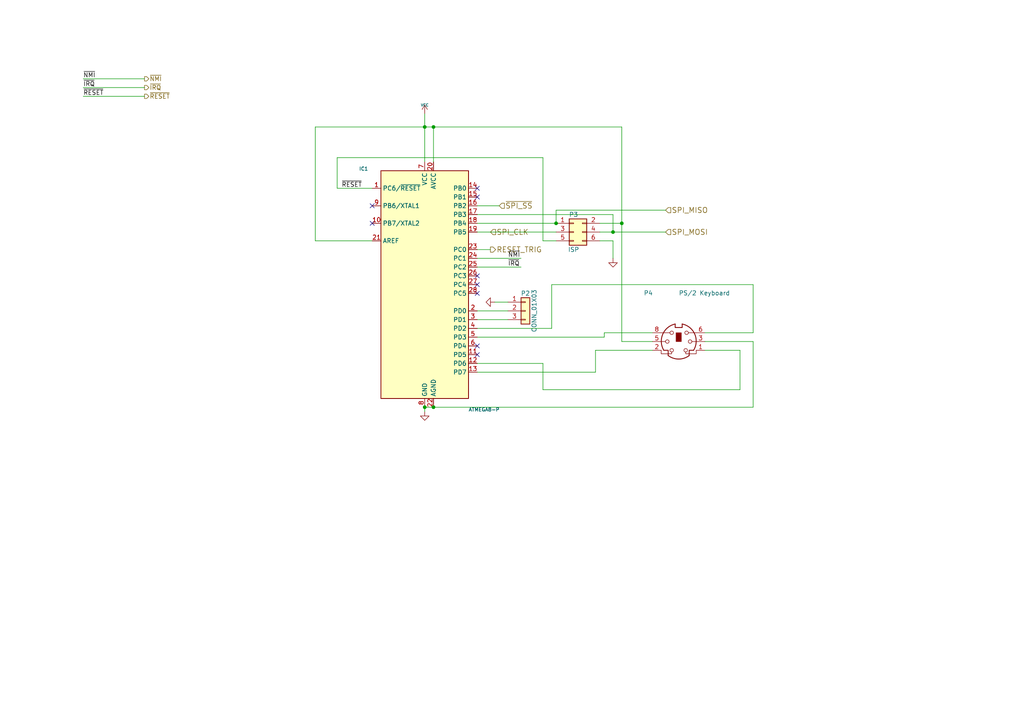
<source format=kicad_sch>
(kicad_sch (version 20230121) (generator eeschema)
  (paper "A4")
  (lib_symbols
    (symbol "Connector:Mini-DIN-6" (pin_names (offset 1.016))
      (property "Reference" "P4" (at -10.16 13.335 0))
      (property "Value" "PS/2 Keyboard" (at 0 13.335 0))
      (symbol "Mini-DIN-6_0_1"
        (circle (center -3.302 0) (radius 0.508))
        (arc (start -3.048 -4.064) (mid 0 -5.08) (end 3.048 -4.064) (stroke (width 0.254)))
        (circle (center -2.032 -2.54) (radius 0.508))
        (circle (center -2.032 2.54) (radius 0.508))
        (arc (start -1.016 5.08) (mid -4.6228 2.1214) (end -4.318 -2.54) (stroke (width 0.254)))
        (rectangle (start -0.762 2.54) (end 0.762 0) (fill (type outline)))
        (polyline (pts (xy -3.81 0) (xy -5.08 0)))
        (polyline (pts (xy -2.54 2.54) (xy -5.08 2.54)))
        (polyline (pts (xy 2.794 2.54) (xy 5.08 2.54)))
        (polyline (pts (xy 5.08 0) (xy 3.81 0)))
        (polyline (pts (xy -4.318 -2.54) (xy -3.048 -2.54) (xy -3.048 -4.064)) (stroke (width 0.254)))
        (polyline (pts (xy 4.318 -2.54) (xy 3.048 -2.54) (xy 3.048 -4.064)) (stroke (width 0.254)))
        (polyline (pts (xy -2.032 -3.048) (xy -2.032 -3.556) (xy -5.08 -3.556) (xy -5.08 -2.54)))
        (polyline (pts (xy -1.016 5.08) (xy -1.016 4.064) (xy 1.016 4.064) (xy 1.016 5.08)) (stroke (width 0.254)))
        (polyline (pts (xy 2.032 -3.048) (xy 2.032 -3.556) (xy 5.08 -3.556) (xy 5.08 -2.54)))
        (circle (center 2.032 -2.54) (radius 0.508))
        (circle (center 2.286 2.54) (radius 0.508))
        (circle (center 3.302 0) (radius 0.508))
        (arc (start 4.318 -2.54) (mid 4.6661 2.1322) (end 1.016 5.08) (stroke (width 0.254)))
      )
      (symbol "Mini-DIN-6_1_1"
        (pin passive line (at 7.62 -2.54 180) (length 2.54) (name "~") (number "1"))
        (pin passive line (at -7.62 -2.54 0) (length 2.54) (name "~") (number "2"))
        (pin passive line (at 7.62 0 180) (length 2.54) (name "~") (number "3"))
        (pin passive line (at -7.62 0 0) (length 2.54) (name "~") (number "5"))
        (pin passive line (at 7.62 2.54 180) (length 2.54) (name "~") (number "6"))
        (pin passive line (at -7.62 2.54 0) (length 2.54) (name "~") (number "8"))
      )
    )
    (symbol "Connector_Generic:Conn_01x03" (pin_names (offset 1.016) hide)
      (property "Reference" "J" (at 0 5.08 0))
      (property "Value" "Conn_01x03" (at 0 -5.08 0))
      (symbol "Conn_01x03_1_1"
        (rectangle (start -1.27 -2.413) (end 0 -2.667) (stroke (width 0.1524)))
        (rectangle (start -1.27 0.127) (end 0 -0.127) (stroke (width 0.1524)))
        (rectangle (start -1.27 2.667) (end 0 2.413) (stroke (width 0.1524)))
        (rectangle (start -1.27 3.81) (end 1.27 -3.81) (stroke (width 0.254)) (fill (type background)))
        (pin passive line (at -5.08 2.54 0) (length 3.81) (name "Pin_1") (number "1"))
        (pin passive line (at -5.08 0 0) (length 3.81) (name "Pin_2") (number "2"))
        (pin passive line (at -5.08 -2.54 0) (length 3.81) (name "Pin_3") (number "3"))
      )
    )
    (symbol "Connector_Generic:Conn_02x03_Odd_Even" (pin_names (offset 1.016) hide)
      (property "Reference" "J" (at 1.27 5.08 0))
      (property "Value" "Conn_02x03_Odd_Even" (at 1.27 -5.08 0))
      (symbol "Conn_02x03_Odd_Even_1_1"
        (rectangle (start -1.27 -2.413) (end 0 -2.667) (stroke (width 0.1524)))
        (rectangle (start -1.27 0.127) (end 0 -0.127) (stroke (width 0.1524)))
        (rectangle (start -1.27 2.667) (end 0 2.413) (stroke (width 0.1524)))
        (rectangle (start -1.27 3.81) (end 3.81 -3.81) (stroke (width 0.254)) (fill (type background)))
        (rectangle (start 3.81 -2.413) (end 2.54 -2.667) (stroke (width 0.1524)))
        (rectangle (start 3.81 0.127) (end 2.54 -0.127) (stroke (width 0.1524)))
        (rectangle (start 3.81 2.667) (end 2.54 2.413) (stroke (width 0.1524)))
        (pin passive line (at -5.08 2.54 0) (length 3.81) (name "Pin_1") (number "1"))
        (pin passive line (at 7.62 2.54 180) (length 3.81) (name "Pin_2") (number "2"))
        (pin passive line (at -5.08 0 0) (length 3.81) (name "Pin_3") (number "3"))
        (pin passive line (at 7.62 0 180) (length 3.81) (name "Pin_4") (number "4"))
        (pin passive line (at -5.08 -2.54 0) (length 3.81) (name "Pin_5") (number "5"))
        (pin passive line (at 7.62 -2.54 180) (length 3.81) (name "Pin_6") (number "6"))
      )
    )
    (symbol "MCU_Microchip_ATmega:ATmega8A-P"
      (property "Reference" "U" (at -12.7 34.29 0))
      (property "Value" "ATmega8A-P" (at 5.08 -34.29 0))
      (symbol "ATmega8A-P_0_1"
        (rectangle (start -12.7 -33.02) (end 12.7 33.02) (stroke (width 0.254)) (fill (type background)))
      )
      (symbol "ATmega8A-P_1_1"
        (pin bidirectional line (at -15.24 27.94 0) (length 2.54) (name "PC6/~{RESET}") (number "1"))
        (pin bidirectional line (at -15.24 17.78 0) (length 2.54) (name "PB7/XTAL2") (number "10"))
        (pin bidirectional line (at 15.24 -20.32 180) (length 2.54) (name "PD5") (number "11"))
        (pin bidirectional line (at 15.24 -22.86 180) (length 2.54) (name "PD6") (number "12"))
        (pin bidirectional line (at 15.24 -25.4 180) (length 2.54) (name "PD7") (number "13"))
        (pin bidirectional line (at 15.24 27.94 180) (length 2.54) (name "PB0") (number "14"))
        (pin bidirectional line (at 15.24 25.4 180) (length 2.54) (name "PB1") (number "15"))
        (pin bidirectional line (at 15.24 22.86 180) (length 2.54) (name "PB2") (number "16"))
        (pin bidirectional line (at 15.24 20.32 180) (length 2.54) (name "PB3") (number "17"))
        (pin bidirectional line (at 15.24 17.78 180) (length 2.54) (name "PB4") (number "18"))
        (pin bidirectional line (at 15.24 15.24 180) (length 2.54) (name "PB5") (number "19"))
        (pin bidirectional line (at 15.24 -7.62 180) (length 2.54) (name "PD0") (number "2"))
        (pin power_in line (at 2.54 35.56 270) (length 2.54) (name "AVCC") (number "20"))
        (pin passive line (at -15.24 12.7 0) (length 2.54) (name "AREF") (number "21"))
        (pin power_in line (at 2.54 -35.56 90) (length 2.54) (name "AGND") (number "22"))
        (pin bidirectional line (at 15.24 10.16 180) (length 2.54) (name "PC0") (number "23"))
        (pin bidirectional line (at 15.24 7.62 180) (length 2.54) (name "PC1") (number "24"))
        (pin bidirectional line (at 15.24 5.08 180) (length 2.54) (name "PC2") (number "25"))
        (pin bidirectional line (at 15.24 2.54 180) (length 2.54) (name "PC3") (number "26"))
        (pin bidirectional line (at 15.24 0 180) (length 2.54) (name "PC4") (number "27"))
        (pin bidirectional line (at 15.24 -2.54 180) (length 2.54) (name "PC5") (number "28"))
        (pin bidirectional line (at 15.24 -10.16 180) (length 2.54) (name "PD1") (number "3"))
        (pin bidirectional line (at 15.24 -12.7 180) (length 2.54) (name "PD2") (number "4"))
        (pin bidirectional line (at 15.24 -15.24 180) (length 2.54) (name "PD3") (number "5"))
        (pin bidirectional line (at 15.24 -17.78 180) (length 2.54) (name "PD4") (number "6"))
        (pin power_in line (at 0 35.56 270) (length 2.54) (name "VCC") (number "7"))
        (pin power_in line (at 0 -35.56 90) (length 2.54) (name "GND") (number "8"))
        (pin bidirectional line (at -15.24 22.86 0) (length 2.54) (name "PB6/XTAL1") (number "9"))
      )
    )
    (symbol "power:GND" (power) (pin_names (offset 0))
      (property "Value" "GND" (at 0 -3.81 0))
      (symbol "GND_0_1"
        (polyline (pts (xy 0 0) (xy 0 -1.27) (xy 1.27 -1.27) (xy 0 -2.54) (xy -1.27 -1.27) (xy 0 -1.27)))
      )
      (symbol "GND_1_1"
        (pin power_in line (at 0 0 270) (length 0) hide (name "GND") (number "1"))
      )
    )
    (symbol "power:VCC" (power) (pin_names (offset 0))
      (property "Value" "VCC" (at 0 3.81 0))
      (symbol "VCC_0_1"
        (polyline (pts (xy -0.762 1.27) (xy 0 2.54)))
        (polyline (pts (xy 0 0) (xy 0 2.54)))
        (polyline (pts (xy 0 2.54) (xy 0.762 1.27)))
      )
      (symbol "VCC_1_1"
        (pin power_in line (at 0 0 90) (length 0) hide (name "VCC") (number "1"))
      )
    )
  )
  (junction (at 125.73 118.11))
  (junction (at 123.19 36.83))
  (junction (at 123.19 118.11))
  (junction (at 177.8 67.31))
  (junction (at 125.73 36.83))
  (junction (at 180.34 64.77))
  (junction (at 161.29 64.77))
  (no_connect (at 138.43 54.61))
  (no_connect (at 138.43 102.87))
  (no_connect (at 107.95 64.77))
  (no_connect (at 138.43 100.33))
  (no_connect (at 138.43 57.15))
  (no_connect (at 138.43 85.09))
  (no_connect (at 138.43 80.01))
  (no_connect (at 107.95 59.69))
  (no_connect (at 138.43 82.55))
  (wire (pts (xy 24.13 22.86) (xy 41.91 22.86)))
  (wire (pts (xy 97.79 54.61) (xy 107.95 54.61)))
  (wire (pts (xy 204.47 99.06) (xy 218.44 99.06)))
  (wire (pts (xy 138.43 67.31) (xy 161.29 67.31)))
  (wire (pts (xy 177.8 67.31) (xy 193.04 67.31)))
  (wire (pts (xy 138.43 90.17) (xy 147.32 90.17)))
  (wire (pts (xy 157.48 105.41) (xy 138.43 105.41)))
  (wire (pts (xy 204.47 101.6) (xy 214.63 101.6)))
  (wire (pts (xy 138.43 95.25) (xy 160.02 95.25)))
  (wire (pts (xy 123.19 33.02) (xy 123.19 36.83)))
  (wire (pts (xy 214.63 113.03) (xy 157.48 113.03)))
  (wire (pts (xy 123.19 36.83) (xy 125.73 36.83)))
  (wire (pts (xy 214.63 101.6) (xy 214.63 113.03)))
  (wire (pts (xy 24.13 25.4) (xy 41.91 25.4)))
  (wire (pts (xy 218.44 99.06) (xy 218.44 118.11)))
  (wire (pts (xy 138.43 59.69) (xy 144.78 59.69)))
  (wire (pts (xy 218.44 82.55) (xy 218.44 96.52)))
  (wire (pts (xy 125.73 36.83) (xy 125.73 46.99)))
  (wire (pts (xy 172.72 107.95) (xy 172.72 101.6)))
  (wire (pts (xy 193.04 60.96) (xy 161.29 60.96)))
  (wire (pts (xy 160.02 82.55) (xy 218.44 82.55)))
  (wire (pts (xy 173.99 69.85) (xy 177.8 69.85)))
  (wire (pts (xy 24.13 27.94) (xy 41.91 27.94)))
  (wire (pts (xy 138.43 92.71) (xy 147.32 92.71)))
  (wire (pts (xy 177.8 62.23) (xy 177.8 67.31)))
  (wire (pts (xy 173.99 67.31) (xy 177.8 67.31)))
  (wire (pts (xy 157.48 113.03) (xy 157.48 105.41)))
  (wire (pts (xy 91.44 36.83) (xy 123.19 36.83)))
  (wire (pts (xy 123.19 118.11) (xy 123.19 119.38)))
  (wire (pts (xy 180.34 64.77) (xy 173.99 64.77)))
  (wire (pts (xy 138.43 97.79) (xy 175.26 97.79)))
  (wire (pts (xy 123.19 118.11) (xy 125.73 118.11)))
  (wire (pts (xy 97.79 54.61) (xy 97.79 45.72)))
  (wire (pts (xy 123.19 36.83) (xy 123.19 46.99)))
  (wire (pts (xy 180.34 36.83) (xy 180.34 64.77)))
  (wire (pts (xy 218.44 118.11) (xy 125.73 118.11)))
  (wire (pts (xy 138.43 72.39) (xy 142.24 72.39)))
  (wire (pts (xy 138.43 77.47) (xy 151.13 77.47)))
  (wire (pts (xy 157.48 69.85) (xy 161.29 69.85)))
  (wire (pts (xy 161.29 60.96) (xy 161.29 64.77)))
  (wire (pts (xy 138.43 74.93) (xy 151.13 74.93)))
  (wire (pts (xy 138.43 107.95) (xy 172.72 107.95)))
  (wire (pts (xy 143.51 87.63) (xy 147.32 87.63)))
  (wire (pts (xy 175.26 96.52) (xy 189.23 96.52)))
  (wire (pts (xy 175.26 97.79) (xy 175.26 96.52)))
  (wire (pts (xy 157.48 45.72) (xy 157.48 69.85)))
  (wire (pts (xy 97.79 45.72) (xy 157.48 45.72)))
  (wire (pts (xy 160.02 95.25) (xy 160.02 82.55)))
  (wire (pts (xy 180.34 64.77) (xy 180.34 99.06)))
  (wire (pts (xy 172.72 101.6) (xy 189.23 101.6)))
  (wire (pts (xy 218.44 96.52) (xy 204.47 96.52)))
  (wire (pts (xy 180.34 99.06) (xy 189.23 99.06)))
  (wire (pts (xy 91.44 69.85) (xy 107.95 69.85)))
  (wire (pts (xy 138.43 62.23) (xy 177.8 62.23)))
  (wire (pts (xy 138.43 64.77) (xy 161.29 64.77)))
  (wire (pts (xy 91.44 36.83) (xy 91.44 69.85)))
  (wire (pts (xy 177.8 69.85) (xy 177.8 74.93)))
  (wire (pts (xy 125.73 36.83) (xy 180.34 36.83)))
  (label "~{NMI}" (at 147.32 74.93 0))
  (label "~{NMI}" (at 24.13 22.86 0))
  (label "~{IRQ}" (at 147.32 77.47 0))
  (label "~{RESET}" (at 99.06 54.61 0))
  (label "~{RESET}" (at 24.13 27.94 0))
  (label "~{IRQ}" (at 24.13 25.4 0))
  (hierarchical_label "~{RESET}" (shape output) (at 41.91 27.94 0))
  (hierarchical_label "~{NMI}" (shape output) (at 41.91 22.86 0))
  (hierarchical_label "~{SPI_SS}" (shape input) (at 144.78 59.69 0) (effects (font (size 1.524 1.524))))
  (hierarchical_label "SPI_MISO" (shape input) (at 193.04 60.96 0) (effects (font (size 1.524 1.524))))
  (hierarchical_label "SPI_MOSI" (shape input) (at 193.04 67.31 0) (effects (font (size 1.524 1.524))))
  (hierarchical_label "RESET_TRIG" (shape output) (at 142.24 72.39 0) (effects (font (size 1.524 1.524))))
  (hierarchical_label "~{IRQ}" (shape output) (at 41.91 25.4 0))
  (hierarchical_label "SPI_CLK" (shape input) (at 142.24 67.31 0) (effects (font (size 1.524 1.524))))
  (symbol (lib_id "Connector:Mini-DIN-6") (at 196.85 99.06 0) (unit 1)
    (property "Reference" "P4" (at 186.69 85.725 0) (effects (justify left bottom)))
    (property "Value" "PS/2 Keyboard" (at 196.85 85.725 0) (effects (justify left bottom)))
    (property "Footprint" "DIN:mini_din-M_DIN6" (effects hide))
    (property "Datasheet" "http://service.powerdynamics.com/ec/Catalog17/Section%2011.pdf" (effects hide))
  )
  (symbol (lib_id "power:VCC") (at 123.19 33.02 0) (unit 1)
    (property "Reference" "#PWR063" (effects hide))
    (property "Value" "VCC" (at 123.19 30.48 0) (effects (font (size 0.762 0.762))))
    (instances (project "sbc" (path "" (reference "#PWR063") (unit 1))) (project "io" (path "" (reference "#PWR041") (unit 1))))
  )
  (symbol (lib_id "power:GND") (at 177.8 74.93 0) (unit 1)
    (property "Reference" "#PWR066" (effects hide))
    (property "Value" "GND" (effects hide))
    (instances (project "sbc" (path "" (reference "#PWR066") (unit 1))) (project "io" (path "" (reference "#PWR043") (unit 1))))
  )
  (symbol (lib_id "power:GND") (at 123.19 119.38 0) (unit 1)
    (property "Reference" "#PWR064" (effects hide))
    (property "Value" "GND" (effects hide))
    (instances (project "sbc" (path "" (reference "#PWR064") (unit 1))) (project "io" (path "" (reference "#PWR044") (unit 1))))
  )
  (symbol (lib_id "Connector_Generic:Conn_01x03") (at 152.4 90.17 0) (unit 1)
    (property "Reference" "P2" (at 152.4 85.09 0))
    (property "Value" "CONN_01X03" (at 154.94 90.17 90))
    (property "Footprint" "Connector_PinHeader_2.54mm:PinHeader_1x03_P2.54mm_Vertical" (effects hide))
    (instances (project "sbc" (path "" (reference "P2") (unit 1))) (project "io" (path "" (reference "P?") (unit 1))))
  )
  (symbol (lib_id "power:GND") (at 143.51 87.63 270) (unit 1)
    (property "Reference" "#PWR065" (effects hide))
    (property "Value" "GND" (effects hide))
    (instances (project "sbc" (path "" (reference "#PWR065") (unit 1))) (project "io" (path "" (reference "#PWR045") (unit 1))))
  )
  (symbol (lib_id "Connector_Generic:Conn_02x03_Odd_Even") (at 166.37 67.31 0) (unit 1)
    (property "Reference" "P3" (at 166.37 62.23 0))
    (property "Value" "ISP" (at 166.37 72.39 0))
    (property "Footprint" "Connector_PinHeader_2.54mm:PinHeader_2x03_P2.54mm_Vertical" (effects hide))
  )
  (symbol (lib_id "MCU_Microchip_ATmega:ATmega8A-P") (at 123.19 82.55 0) (unit 1)
    (property "Reference" "IC1" (at 104.14 49.53 0) (effects (font (size 1.016 1.016)) (justify left bottom)))
    (property "Value" "ATMEGA8-P" (at 135.89 119.38 0) (effects (font (size 1.016 1.016)) (justify left bottom)))
    (property "Footprint" "Package_DIP:DIP-28_W7.62mm" (effects hide))
    (property "Datasheet" "http://ww1.microchip.com/downloads/en/DeviceDoc/Microchip%208bit%20mcu%20AVR%20ATmega8A%20data%20sheet%2040001974A.pdf" (effects hide))
  )
)
</source>
